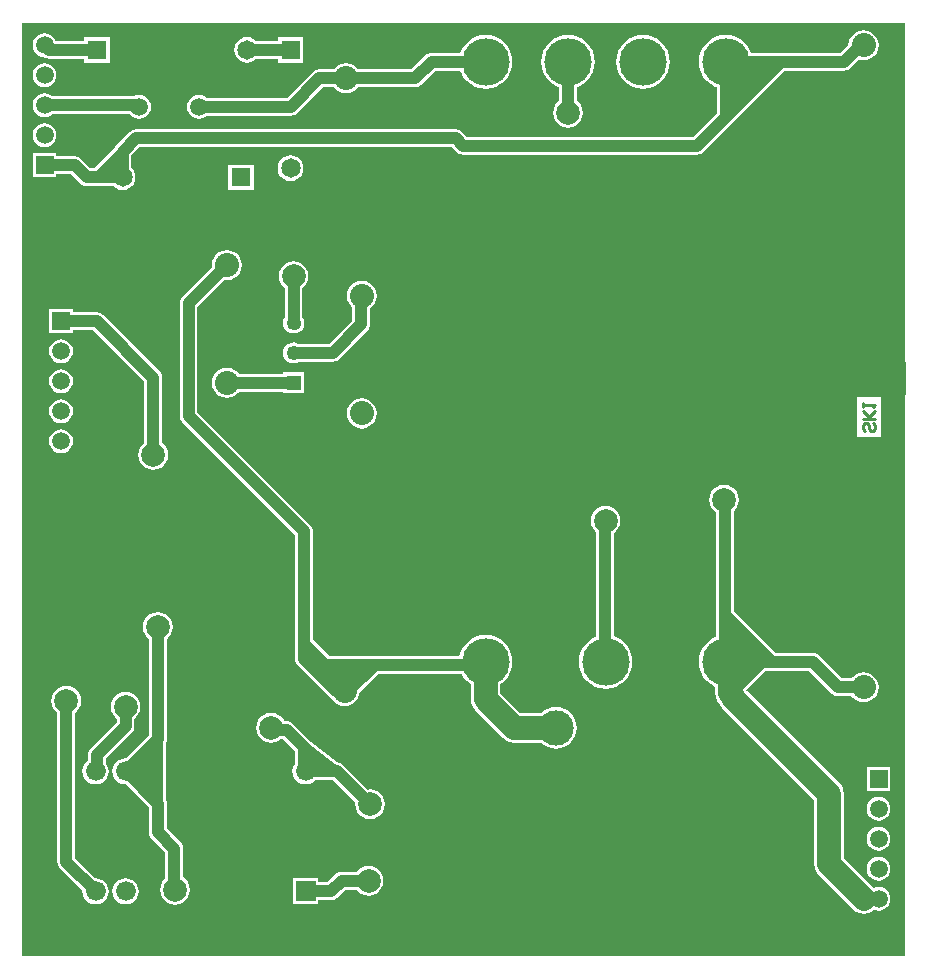
<source format=gtl>
G04*
G04 #@! TF.GenerationSoftware,Altium Limited,Altium Designer,19.0.10 (269)*
G04*
G04 Layer_Physical_Order=1*
G04 Layer_Color=255*
%FSLAX25Y25*%
%MOIN*%
G70*
G01*
G75*
%ADD10C,0.03937*%
%ADD11C,0.07874*%
%ADD12C,0.01000*%
%ADD13C,0.05906*%
%ADD14R,0.05906X0.05906*%
%ADD15C,0.15827*%
%ADD16C,0.06600*%
%ADD17R,0.06600X0.06600*%
%ADD18R,0.04913X0.04913*%
%ADD19C,0.04913*%
%ADD20C,0.08000*%
%ADD21R,0.06496X0.06496*%
%ADD22C,0.06496*%
%ADD23R,0.06496X0.06496*%
%ADD24C,0.07874*%
%ADD25C,0.19685*%
%ADD26C,0.11811*%
G36*
X295971Y199911D02*
X296000Y199000D01*
Y188500D01*
X295971D01*
Y1529D01*
X1529D01*
Y312471D01*
X295971D01*
Y199911D01*
D02*
G37*
%LPC*%
G36*
X282000Y310043D02*
X280695Y309871D01*
X279478Y309367D01*
X278434Y308566D01*
X277632Y307522D01*
X277129Y306305D01*
X276986Y305220D01*
X274260Y302494D01*
X244406D01*
X244275Y302927D01*
X243447Y304476D01*
X242333Y305833D01*
X240976Y306947D01*
X239427Y307775D01*
X237747Y308284D01*
X236000Y308456D01*
X234253Y308284D01*
X232573Y307775D01*
X231024Y306947D01*
X229667Y305833D01*
X228553Y304476D01*
X227725Y302927D01*
X227216Y301247D01*
X227044Y299500D01*
X227216Y297753D01*
X227725Y296073D01*
X228553Y294524D01*
X229667Y293167D01*
X231024Y292053D01*
X232573Y291225D01*
X233006Y291094D01*
Y282240D01*
X225260Y274494D01*
X149740D01*
X148117Y276117D01*
X147497Y276593D01*
X146986Y276804D01*
X146775Y276892D01*
X146000Y276994D01*
X39500D01*
X38725Y276892D01*
X38302Y276717D01*
X38003Y276593D01*
X37383Y276117D01*
X32883Y271617D01*
X32407Y270997D01*
X32302Y270744D01*
X25552Y263994D01*
X24240D01*
X21117Y267117D01*
X20497Y267593D01*
X19986Y267805D01*
X19775Y267892D01*
X19000Y267994D01*
X12953D01*
Y268953D01*
X5047D01*
Y261047D01*
X12953D01*
Y262006D01*
X17760D01*
X20883Y258883D01*
X21503Y258407D01*
X21864Y258258D01*
X22225Y258108D01*
X23000Y258006D01*
X31943D01*
X31970Y257970D01*
X32858Y257289D01*
X33891Y256861D01*
X35000Y256715D01*
X36109Y256861D01*
X37142Y257289D01*
X38030Y257970D01*
X38711Y258858D01*
X39139Y259891D01*
X39285Y261000D01*
X39139Y262109D01*
X38711Y263142D01*
X38030Y264030D01*
X37994Y264057D01*
Y268260D01*
X40740Y271006D01*
X144760D01*
X146383Y269383D01*
X147003Y268907D01*
X147364Y268758D01*
X147725Y268608D01*
X148500Y268506D01*
X226500D01*
X227275Y268608D01*
X227486Y268695D01*
X227997Y268907D01*
X228617Y269383D01*
X238117Y278883D01*
X238593Y279503D01*
X238698Y279756D01*
X255448Y296506D01*
X275500D01*
X276275Y296608D01*
X276486Y296695D01*
X276997Y296907D01*
X277617Y297383D01*
X280460Y300226D01*
X280695Y300129D01*
X282000Y299957D01*
X283305Y300129D01*
X284522Y300633D01*
X285566Y301434D01*
X286368Y302478D01*
X286871Y303695D01*
X287043Y305000D01*
X286871Y306305D01*
X286368Y307522D01*
X285566Y308566D01*
X284522Y309367D01*
X283305Y309871D01*
X282000Y310043D01*
D02*
G37*
G36*
X76500Y307785D02*
X75391Y307639D01*
X74358Y307211D01*
X73470Y306530D01*
X72789Y305642D01*
X72361Y304609D01*
X72215Y303500D01*
X72361Y302391D01*
X72789Y301358D01*
X73470Y300470D01*
X74358Y299789D01*
X75391Y299361D01*
X76500Y299215D01*
X77609Y299361D01*
X78642Y299789D01*
X79530Y300470D01*
X79557Y300506D01*
X86752D01*
Y299252D01*
X95248D01*
Y307748D01*
X86752D01*
Y306494D01*
X79557D01*
X79530Y306530D01*
X78642Y307211D01*
X77609Y307639D01*
X76500Y307785D01*
D02*
G37*
G36*
X9000Y308987D02*
X7968Y308851D01*
X7007Y308453D01*
X6181Y307819D01*
X5547Y306993D01*
X5149Y306032D01*
X5013Y305000D01*
X5149Y303968D01*
X5547Y303007D01*
X6181Y302181D01*
X7007Y301547D01*
X7968Y301149D01*
X8837Y301035D01*
X9003Y300907D01*
X9302Y300783D01*
X9725Y300608D01*
X10500Y300506D01*
X22252D01*
Y299252D01*
X30748D01*
Y307748D01*
X22252D01*
Y306494D01*
X12660D01*
X12453Y306993D01*
X11819Y307819D01*
X10993Y308453D01*
X10032Y308851D01*
X9000Y308987D01*
D02*
G37*
G36*
X156000Y308456D02*
X154253Y308284D01*
X152573Y307775D01*
X151024Y306947D01*
X149667Y305833D01*
X148553Y304476D01*
X147725Y302927D01*
X147594Y302494D01*
X138000D01*
X137225Y302392D01*
X136864Y302242D01*
X136503Y302093D01*
X135883Y301617D01*
X131260Y296994D01*
X113505D01*
X113066Y297566D01*
X112022Y298368D01*
X110805Y298871D01*
X109500Y299043D01*
X108195Y298871D01*
X106978Y298368D01*
X105934Y297566D01*
X105495Y296994D01*
X100500D01*
X99725Y296892D01*
X99514Y296804D01*
X99003Y296593D01*
X98383Y296117D01*
X89760Y287494D01*
X63091D01*
X62493Y287953D01*
X61532Y288351D01*
X60500Y288487D01*
X59468Y288351D01*
X58507Y287953D01*
X57681Y287319D01*
X57047Y286493D01*
X56649Y285532D01*
X56513Y284500D01*
X56649Y283468D01*
X57047Y282507D01*
X57681Y281681D01*
X58507Y281047D01*
X59468Y280649D01*
X60500Y280513D01*
X61532Y280649D01*
X62493Y281047D01*
X63091Y281506D01*
X91000D01*
X91775Y281608D01*
X91986Y281696D01*
X92497Y281907D01*
X93117Y282383D01*
X101740Y291006D01*
X105495D01*
X105934Y290434D01*
X106978Y289633D01*
X108195Y289129D01*
X109500Y288957D01*
X110805Y289129D01*
X112022Y289633D01*
X113066Y290434D01*
X113505Y291006D01*
X132500D01*
X133275Y291108D01*
X133486Y291196D01*
X133997Y291407D01*
X134617Y291883D01*
X139240Y296506D01*
X147594D01*
X147725Y296073D01*
X148553Y294524D01*
X149667Y293167D01*
X151024Y292053D01*
X152573Y291225D01*
X154253Y290716D01*
X156000Y290544D01*
X157747Y290716D01*
X159427Y291225D01*
X160976Y292053D01*
X162333Y293167D01*
X163447Y294524D01*
X164275Y296073D01*
X164784Y297753D01*
X164956Y299500D01*
X164784Y301247D01*
X164275Y302927D01*
X163447Y304476D01*
X162333Y305833D01*
X160976Y306947D01*
X159427Y307775D01*
X157747Y308284D01*
X156000Y308456D01*
D02*
G37*
G36*
X9000Y298987D02*
X7968Y298851D01*
X7007Y298453D01*
X6181Y297819D01*
X5547Y296993D01*
X5149Y296032D01*
X5013Y295000D01*
X5149Y293968D01*
X5547Y293007D01*
X6181Y292181D01*
X7007Y291547D01*
X7968Y291149D01*
X9000Y291013D01*
X10032Y291149D01*
X10993Y291547D01*
X11819Y292181D01*
X12453Y293007D01*
X12851Y293968D01*
X12987Y295000D01*
X12851Y296032D01*
X12453Y296993D01*
X11819Y297819D01*
X10993Y298453D01*
X10032Y298851D01*
X9000Y298987D01*
D02*
G37*
G36*
X208500Y308456D02*
X206753Y308284D01*
X205072Y307775D01*
X203524Y306947D01*
X202167Y305833D01*
X201053Y304476D01*
X200225Y302927D01*
X199716Y301247D01*
X199543Y299500D01*
X199716Y297753D01*
X200225Y296073D01*
X201053Y294524D01*
X202167Y293167D01*
X203524Y292053D01*
X205072Y291225D01*
X206753Y290716D01*
X208500Y290544D01*
X210247Y290716D01*
X211928Y291225D01*
X213476Y292053D01*
X214833Y293167D01*
X215947Y294524D01*
X216775Y296073D01*
X217284Y297753D01*
X217457Y299500D01*
X217284Y301247D01*
X216775Y302927D01*
X215947Y304476D01*
X214833Y305833D01*
X213476Y306947D01*
X211928Y307775D01*
X210247Y308284D01*
X208500Y308456D01*
D02*
G37*
G36*
X9000Y288987D02*
X7968Y288851D01*
X7007Y288453D01*
X6181Y287819D01*
X5547Y286993D01*
X5149Y286032D01*
X5013Y285000D01*
X5149Y283968D01*
X5547Y283007D01*
X6181Y282181D01*
X7007Y281547D01*
X7968Y281149D01*
X9000Y281013D01*
X10032Y281149D01*
X10993Y281547D01*
X11591Y282006D01*
X37431D01*
X37681Y281681D01*
X38507Y281047D01*
X39468Y280649D01*
X40500Y280513D01*
X41532Y280649D01*
X42493Y281047D01*
X43319Y281681D01*
X43953Y282507D01*
X44351Y283468D01*
X44487Y284500D01*
X44351Y285532D01*
X43953Y286493D01*
X43319Y287319D01*
X42493Y287953D01*
X41532Y288351D01*
X40500Y288487D01*
X39468Y288351D01*
X38607Y287994D01*
X11591D01*
X10993Y288453D01*
X10032Y288851D01*
X9000Y288987D01*
D02*
G37*
G36*
X183500Y308456D02*
X181753Y308284D01*
X180072Y307775D01*
X178524Y306947D01*
X177167Y305833D01*
X176053Y304476D01*
X175225Y302927D01*
X174716Y301247D01*
X174543Y299500D01*
X174716Y297753D01*
X175225Y296073D01*
X176053Y294524D01*
X177167Y293167D01*
X178524Y292053D01*
X180072Y291225D01*
X180506Y291094D01*
Y286425D01*
X179979Y286021D01*
X179188Y284990D01*
X178690Y283789D01*
X178520Y282500D01*
X178690Y281211D01*
X179188Y280010D01*
X179979Y278979D01*
X181010Y278187D01*
X182211Y277690D01*
X183500Y277520D01*
X184789Y277690D01*
X185990Y278187D01*
X187021Y278979D01*
X187812Y280010D01*
X188310Y281211D01*
X188480Y282500D01*
X188310Y283789D01*
X187812Y284990D01*
X187021Y286021D01*
X186494Y286425D01*
Y291094D01*
X186927Y291225D01*
X188476Y292053D01*
X189833Y293167D01*
X190947Y294524D01*
X191775Y296073D01*
X192284Y297753D01*
X192456Y299500D01*
X192284Y301247D01*
X191775Y302927D01*
X190947Y304476D01*
X189833Y305833D01*
X188476Y306947D01*
X186927Y307775D01*
X185247Y308284D01*
X183500Y308456D01*
D02*
G37*
G36*
X9000Y278987D02*
X7968Y278851D01*
X7007Y278453D01*
X6181Y277819D01*
X5547Y276993D01*
X5149Y276032D01*
X5013Y275000D01*
X5149Y273968D01*
X5547Y273007D01*
X6181Y272181D01*
X7007Y271547D01*
X7968Y271149D01*
X9000Y271013D01*
X10032Y271149D01*
X10993Y271547D01*
X11819Y272181D01*
X12453Y273007D01*
X12851Y273968D01*
X12987Y275000D01*
X12851Y276032D01*
X12453Y276993D01*
X11819Y277819D01*
X10993Y278453D01*
X10032Y278851D01*
X9000Y278987D01*
D02*
G37*
G36*
X91000Y268285D02*
X89891Y268139D01*
X88858Y267711D01*
X87970Y267030D01*
X87289Y266142D01*
X86861Y265109D01*
X86715Y264000D01*
X86861Y262891D01*
X87289Y261858D01*
X87970Y260970D01*
X88858Y260289D01*
X89891Y259861D01*
X91000Y259715D01*
X92109Y259861D01*
X93142Y260289D01*
X94030Y260970D01*
X94711Y261858D01*
X95139Y262891D01*
X95285Y264000D01*
X95139Y265109D01*
X94711Y266142D01*
X94030Y267030D01*
X93142Y267711D01*
X92109Y268139D01*
X91000Y268285D01*
D02*
G37*
G36*
X78748Y265248D02*
X70252D01*
Y256752D01*
X78748D01*
Y265248D01*
D02*
G37*
G36*
X69776Y236748D02*
X68471Y236577D01*
X67255Y236073D01*
X66210Y235271D01*
X65409Y234227D01*
X64905Y233011D01*
X64733Y231705D01*
X64827Y230991D01*
X54883Y221046D01*
X54407Y220426D01*
X54195Y219915D01*
X54108Y219704D01*
X54006Y218929D01*
Y181500D01*
X54108Y180725D01*
X54195Y180514D01*
X54407Y180003D01*
X54883Y179383D01*
X92506Y141760D01*
Y100500D01*
X92608Y99725D01*
X92695Y99514D01*
X92907Y99003D01*
X93383Y98383D01*
X104102Y87663D01*
X104637Y87253D01*
X105434Y86215D01*
X106478Y85413D01*
X107695Y84909D01*
X109000Y84737D01*
X110305Y84909D01*
X111522Y85413D01*
X112566Y86215D01*
X113367Y87259D01*
X113871Y88475D01*
X113972Y89237D01*
X120240Y95506D01*
X148028D01*
X148553Y94524D01*
X149667Y93167D01*
X151020Y92056D01*
Y87000D01*
X151020Y87000D01*
X151190Y85711D01*
X151688Y84510D01*
X152479Y83479D01*
X161979Y73979D01*
X163010Y73188D01*
X164211Y72690D01*
X165500Y72520D01*
X165500Y72520D01*
X174682D01*
X175645Y71731D01*
X176845Y71089D01*
X178146Y70694D01*
X179500Y70561D01*
X180854Y70694D01*
X182155Y71089D01*
X183355Y71731D01*
X184407Y72593D01*
X185269Y73645D01*
X185911Y74845D01*
X186306Y76146D01*
X186439Y77500D01*
X186306Y78854D01*
X185911Y80155D01*
X185269Y81355D01*
X184407Y82407D01*
X183355Y83270D01*
X182155Y83911D01*
X180854Y84306D01*
X179500Y84439D01*
X178146Y84306D01*
X176845Y83911D01*
X175645Y83270D01*
X174682Y82480D01*
X167563D01*
X160980Y89063D01*
Y92056D01*
X162333Y93167D01*
X163447Y94524D01*
X164275Y96073D01*
X164784Y97753D01*
X164956Y99500D01*
X164784Y101247D01*
X164275Y102927D01*
X163447Y104476D01*
X162333Y105833D01*
X160976Y106947D01*
X159427Y107775D01*
X157747Y108284D01*
X156000Y108457D01*
X154253Y108284D01*
X152573Y107775D01*
X151024Y106947D01*
X149667Y105833D01*
X148553Y104476D01*
X147725Y102927D01*
X147291Y101494D01*
X121128D01*
X121000Y101520D01*
X103922D01*
X98494Y106948D01*
Y143000D01*
X98392Y143775D01*
X98217Y144198D01*
X98093Y144497D01*
X97617Y145117D01*
X59994Y182740D01*
Y217689D01*
X69061Y226756D01*
X69776Y226662D01*
X71082Y226834D01*
X72298Y227338D01*
X73342Y228139D01*
X74144Y229184D01*
X74647Y230400D01*
X74819Y231705D01*
X74647Y233011D01*
X74144Y234227D01*
X73342Y235271D01*
X72298Y236073D01*
X71082Y236577D01*
X69776Y236748D01*
D02*
G37*
G36*
X92000Y232980D02*
X90711Y232810D01*
X89510Y232312D01*
X88479Y231521D01*
X87687Y230490D01*
X87190Y229289D01*
X87020Y228000D01*
X87190Y226711D01*
X87687Y225510D01*
X88479Y224479D01*
X89006Y224075D01*
Y214276D01*
X88981Y214243D01*
X88632Y213402D01*
X88513Y212500D01*
X88632Y211598D01*
X88981Y210757D01*
X89535Y210035D01*
X90257Y209481D01*
X91098Y209132D01*
X92000Y209014D01*
X92221Y209043D01*
X92500Y209006D01*
X93275Y209108D01*
X93997Y209407D01*
X94617Y209883D01*
X95093Y210503D01*
X95392Y211225D01*
X95494Y212000D01*
X95457Y212279D01*
X95486Y212500D01*
X95368Y213402D01*
X95019Y214243D01*
X94994Y214276D01*
Y224075D01*
X95521Y224479D01*
X96312Y225510D01*
X96810Y226711D01*
X96980Y228000D01*
X96810Y229289D01*
X96312Y230490D01*
X95521Y231521D01*
X94490Y232312D01*
X93289Y232810D01*
X92000Y232980D01*
D02*
G37*
G36*
X114724Y226543D02*
X113419Y226371D01*
X112203Y225868D01*
X111158Y225066D01*
X110357Y224022D01*
X109853Y222805D01*
X109681Y221500D01*
X109853Y220195D01*
X110357Y218978D01*
X111158Y217934D01*
X111506Y217667D01*
Y213240D01*
X103760Y205494D01*
X93776D01*
X93743Y205519D01*
X92902Y205868D01*
X92000Y205986D01*
X91098Y205868D01*
X90257Y205519D01*
X89535Y204965D01*
X88981Y204243D01*
X88632Y203402D01*
X88513Y202500D01*
X88632Y201598D01*
X88981Y200757D01*
X89535Y200035D01*
X90257Y199481D01*
X91098Y199132D01*
X92000Y199013D01*
X92902Y199132D01*
X93743Y199481D01*
X93776Y199506D01*
X105000D01*
X105775Y199608D01*
X105986Y199696D01*
X106497Y199907D01*
X107117Y200383D01*
X116617Y209883D01*
X117093Y210503D01*
X117305Y211014D01*
X117392Y211225D01*
X117494Y212000D01*
Y217323D01*
X118290Y217934D01*
X119092Y218978D01*
X119596Y220195D01*
X119767Y221500D01*
X119596Y222805D01*
X119092Y224022D01*
X118290Y225066D01*
X117246Y225868D01*
X116030Y226371D01*
X114724Y226543D01*
D02*
G37*
G36*
X14500Y206987D02*
X13468Y206851D01*
X12507Y206453D01*
X11681Y205819D01*
X11047Y204993D01*
X10649Y204032D01*
X10513Y203000D01*
X10649Y201968D01*
X11047Y201007D01*
X11681Y200181D01*
X12507Y199547D01*
X13468Y199149D01*
X14500Y199013D01*
X15532Y199149D01*
X16493Y199547D01*
X17319Y200181D01*
X17953Y201007D01*
X18351Y201968D01*
X18487Y203000D01*
X18351Y204032D01*
X17953Y204993D01*
X17319Y205819D01*
X16493Y206453D01*
X15532Y206851D01*
X14500Y206987D01*
D02*
G37*
G36*
X69776Y197543D02*
X68470Y197371D01*
X67254Y196868D01*
X66210Y196066D01*
X65408Y195022D01*
X64904Y193805D01*
X64732Y192500D01*
X64904Y191195D01*
X65408Y189978D01*
X66210Y188934D01*
X67254Y188133D01*
X68470Y187629D01*
X69776Y187457D01*
X71081Y187629D01*
X72297Y188133D01*
X73342Y188934D01*
X73781Y189506D01*
X88543D01*
Y189043D01*
X95457D01*
Y195957D01*
X88543D01*
Y195494D01*
X73781D01*
X73342Y196066D01*
X72297Y196868D01*
X71081Y197371D01*
X69776Y197543D01*
D02*
G37*
G36*
X14500Y196987D02*
X13468Y196851D01*
X12507Y196453D01*
X11681Y195819D01*
X11047Y194993D01*
X10649Y194032D01*
X10513Y193000D01*
X10649Y191968D01*
X11047Y191007D01*
X11681Y190181D01*
X12507Y189547D01*
X13468Y189149D01*
X14500Y189013D01*
X15532Y189149D01*
X16493Y189547D01*
X17319Y190181D01*
X17953Y191007D01*
X18351Y191968D01*
X18487Y193000D01*
X18351Y194032D01*
X17953Y194993D01*
X17319Y195819D01*
X16493Y196453D01*
X15532Y196851D01*
X14500Y196987D01*
D02*
G37*
G36*
Y186987D02*
X13468Y186851D01*
X12507Y186453D01*
X11681Y185819D01*
X11047Y184993D01*
X10649Y184032D01*
X10513Y183000D01*
X10649Y181968D01*
X11047Y181007D01*
X11681Y180181D01*
X12507Y179547D01*
X13468Y179149D01*
X14500Y179013D01*
X15532Y179149D01*
X16493Y179547D01*
X17319Y180181D01*
X17953Y181007D01*
X18351Y181968D01*
X18487Y183000D01*
X18351Y184032D01*
X17953Y184993D01*
X17319Y185819D01*
X16493Y186453D01*
X15532Y186851D01*
X14500Y186987D01*
D02*
G37*
G36*
X114724Y187338D02*
X113418Y187166D01*
X112202Y186662D01*
X111158Y185861D01*
X110356Y184816D01*
X109853Y183600D01*
X109681Y182295D01*
X109853Y180990D01*
X110356Y179773D01*
X111158Y178729D01*
X112202Y177927D01*
X113418Y177424D01*
X114724Y177252D01*
X116029Y177424D01*
X117245Y177927D01*
X118290Y178729D01*
X119091Y179773D01*
X119595Y180990D01*
X119767Y182295D01*
X119595Y183600D01*
X119091Y184816D01*
X118290Y185861D01*
X117245Y186662D01*
X116029Y187166D01*
X114724Y187338D01*
D02*
G37*
G36*
X287734Y187683D02*
X279799D01*
Y174500D01*
X287734D01*
Y187683D01*
D02*
G37*
G36*
X14500Y176987D02*
X13468Y176851D01*
X12507Y176453D01*
X11681Y175819D01*
X11047Y174993D01*
X10649Y174032D01*
X10513Y173000D01*
X10649Y171968D01*
X11047Y171007D01*
X11681Y170181D01*
X12507Y169547D01*
X13468Y169149D01*
X14500Y169013D01*
X15532Y169149D01*
X16493Y169547D01*
X17319Y170181D01*
X17953Y171007D01*
X18351Y171968D01*
X18487Y173000D01*
X18351Y174032D01*
X17953Y174993D01*
X17319Y175819D01*
X16493Y176453D01*
X15532Y176851D01*
X14500Y176987D01*
D02*
G37*
G36*
X18453Y216953D02*
X10547D01*
Y209047D01*
X18453D01*
Y210006D01*
X25240D01*
X42306Y192940D01*
Y172425D01*
X41779Y172021D01*
X40988Y170990D01*
X40490Y169789D01*
X40320Y168500D01*
X40490Y167211D01*
X40988Y166010D01*
X41779Y164979D01*
X42810Y164188D01*
X44011Y163690D01*
X45300Y163520D01*
X46589Y163690D01*
X47790Y164188D01*
X48821Y164979D01*
X49613Y166010D01*
X50110Y167211D01*
X50280Y168500D01*
X50110Y169789D01*
X49613Y170990D01*
X48821Y172021D01*
X48294Y172425D01*
Y194180D01*
X48192Y194955D01*
X48017Y195378D01*
X47893Y195677D01*
X47417Y196298D01*
X28598Y215117D01*
X27977Y215593D01*
X27467Y215805D01*
X27255Y215892D01*
X26480Y215994D01*
X18453D01*
Y216953D01*
D02*
G37*
G36*
X196000Y151480D02*
X194711Y151310D01*
X193510Y150812D01*
X192479Y150021D01*
X191688Y148990D01*
X191190Y147789D01*
X191020Y146500D01*
X191190Y145211D01*
X191688Y144010D01*
X192479Y142979D01*
X192756Y142766D01*
Y107830D01*
X192572Y107775D01*
X191024Y106947D01*
X189667Y105833D01*
X188553Y104476D01*
X187725Y102927D01*
X187216Y101247D01*
X187043Y99500D01*
X187216Y97753D01*
X187725Y96073D01*
X188553Y94524D01*
X189667Y93167D01*
X191024Y92053D01*
X192572Y91225D01*
X194253Y90716D01*
X196000Y90544D01*
X197747Y90716D01*
X199427Y91225D01*
X200976Y92053D01*
X202333Y93167D01*
X203447Y94524D01*
X204275Y96073D01*
X204784Y97753D01*
X204957Y99500D01*
X204784Y101247D01*
X204275Y102927D01*
X203447Y104476D01*
X202333Y105833D01*
X200976Y106947D01*
X199427Y107775D01*
X198744Y107982D01*
Y142383D01*
X199521Y142979D01*
X200312Y144010D01*
X200810Y145211D01*
X200980Y146500D01*
X200810Y147789D01*
X200312Y148990D01*
X199521Y150021D01*
X198490Y150812D01*
X197289Y151310D01*
X196000Y151480D01*
D02*
G37*
G36*
X235500Y158480D02*
X234211Y158310D01*
X233010Y157812D01*
X231979Y157021D01*
X231188Y155990D01*
X230690Y154789D01*
X230520Y153500D01*
X230690Y152211D01*
X231188Y151010D01*
X231979Y149979D01*
X232756Y149383D01*
Y107830D01*
X232573Y107775D01*
X231024Y106947D01*
X229667Y105833D01*
X228553Y104476D01*
X227725Y102927D01*
X227216Y101247D01*
X227044Y99500D01*
X227216Y97753D01*
X227725Y96073D01*
X228553Y94524D01*
X229667Y93167D01*
X231024Y92053D01*
X232542Y91242D01*
Y88978D01*
X232542Y88978D01*
X232712Y87690D01*
X233064Y86840D01*
X233209Y86488D01*
X234001Y85457D01*
X234004Y85454D01*
X234188Y85010D01*
X234979Y83979D01*
X265520Y53437D01*
Y32100D01*
X265520Y32100D01*
X265690Y30811D01*
X266188Y29610D01*
X266979Y28579D01*
X278579Y16979D01*
X279610Y16187D01*
X280811Y15690D01*
X282100Y15520D01*
X283389Y15690D01*
X284590Y16187D01*
X285464Y16858D01*
X285968Y16649D01*
X287000Y16513D01*
X288032Y16649D01*
X288993Y17047D01*
X289819Y17681D01*
X290453Y18507D01*
X290851Y19468D01*
X290987Y20500D01*
X290851Y21532D01*
X290453Y22493D01*
X289819Y23319D01*
X288993Y23953D01*
X288032Y24351D01*
X287000Y24487D01*
X285968Y24351D01*
X285490Y24153D01*
X275480Y34163D01*
Y55500D01*
X275310Y56789D01*
X275061Y57389D01*
X274813Y57990D01*
X274021Y59021D01*
X274021Y59021D01*
X242996Y90046D01*
X242994Y90052D01*
X249448Y96506D01*
X263760D01*
X271383Y88883D01*
X272003Y88407D01*
X272426Y88232D01*
X272725Y88108D01*
X273500Y88006D01*
X277995D01*
X278434Y87434D01*
X279478Y86633D01*
X280695Y86129D01*
X282000Y85957D01*
X283305Y86129D01*
X284522Y86633D01*
X285566Y87434D01*
X286368Y88478D01*
X286871Y89695D01*
X287043Y91000D01*
X286871Y92305D01*
X286368Y93522D01*
X285566Y94566D01*
X284522Y95367D01*
X283305Y95871D01*
X282000Y96043D01*
X280695Y95871D01*
X279478Y95367D01*
X278434Y94566D01*
X277995Y93994D01*
X274740D01*
X267117Y101617D01*
X266497Y102093D01*
X265986Y102304D01*
X265775Y102392D01*
X265000Y102494D01*
X252698D01*
X238744Y116448D01*
Y149766D01*
X239021Y149979D01*
X239812Y151010D01*
X240310Y152211D01*
X240480Y153500D01*
X240310Y154789D01*
X239812Y155990D01*
X239021Y157021D01*
X237990Y157812D01*
X236789Y158310D01*
X235500Y158480D01*
D02*
G37*
G36*
X46800Y116080D02*
X45511Y115910D01*
X44310Y115412D01*
X43279Y114621D01*
X42487Y113590D01*
X41990Y112389D01*
X41820Y111100D01*
X41990Y109811D01*
X42487Y108610D01*
X43279Y107579D01*
X43806Y107175D01*
Y75040D01*
X36091Y67325D01*
X36000Y67337D01*
X34877Y67189D01*
X33832Y66756D01*
X32933Y66067D01*
X32244Y65169D01*
X31811Y64122D01*
X31663Y63000D01*
X31811Y61878D01*
X32244Y60831D01*
X32933Y59933D01*
X33832Y59244D01*
X34877Y58811D01*
X36000Y58663D01*
X36091Y58675D01*
X43806Y50960D01*
Y42700D01*
X43908Y41925D01*
X43995Y41714D01*
X44207Y41203D01*
X44683Y40583D01*
X49282Y35983D01*
Y27254D01*
X48979Y27021D01*
X48188Y25990D01*
X47690Y24789D01*
X47520Y23500D01*
X47690Y22211D01*
X48188Y21010D01*
X48979Y19979D01*
X50010Y19187D01*
X51211Y18690D01*
X52500Y18520D01*
X53789Y18690D01*
X54990Y19187D01*
X56021Y19979D01*
X56813Y21010D01*
X57310Y22211D01*
X57480Y23500D01*
X57310Y24789D01*
X56813Y25990D01*
X56021Y27021D01*
X55270Y27597D01*
Y37224D01*
X55168Y37999D01*
X55081Y38210D01*
X54869Y38721D01*
X54394Y39341D01*
X49794Y43940D01*
Y52200D01*
X49692Y52975D01*
X49604Y53186D01*
X49520Y53391D01*
Y72609D01*
X49604Y72814D01*
X49692Y73025D01*
X49794Y73800D01*
Y107175D01*
X50321Y107579D01*
X51113Y108610D01*
X51610Y109811D01*
X51780Y111100D01*
X51610Y112389D01*
X51113Y113590D01*
X50321Y114621D01*
X49290Y115412D01*
X48089Y115910D01*
X46800Y116080D01*
D02*
G37*
G36*
X36000Y89480D02*
X34711Y89310D01*
X33510Y88813D01*
X32479Y88021D01*
X31688Y86990D01*
X31190Y85789D01*
X31020Y84500D01*
X31190Y83211D01*
X31688Y82010D01*
X32479Y80979D01*
X33006Y80575D01*
Y79240D01*
X24392Y70627D01*
X23916Y70007D01*
X23705Y69496D01*
X23617Y69284D01*
X23515Y68510D01*
Y66514D01*
X22933Y66067D01*
X22244Y65169D01*
X21811Y64122D01*
X21663Y63000D01*
X21811Y61878D01*
X22244Y60831D01*
X22933Y59933D01*
X23832Y59244D01*
X24878Y58811D01*
X26000Y58663D01*
X27123Y58811D01*
X28168Y59244D01*
X29067Y59933D01*
X29756Y60831D01*
X30189Y61878D01*
X30337Y63000D01*
X30189Y64122D01*
X29756Y65169D01*
X29504Y65497D01*
Y67269D01*
X38117Y75883D01*
X38593Y76503D01*
X38717Y76802D01*
X38892Y77225D01*
X38994Y78000D01*
Y80575D01*
X39521Y80979D01*
X40312Y82010D01*
X40810Y83211D01*
X40980Y84500D01*
X40810Y85789D01*
X40312Y86990D01*
X39521Y88021D01*
X38490Y88813D01*
X37289Y89310D01*
X36000Y89480D01*
D02*
G37*
G36*
X290953Y64453D02*
X283047D01*
Y56547D01*
X290953D01*
Y64453D01*
D02*
G37*
G36*
X84500Y82480D02*
X83211Y82310D01*
X82010Y81813D01*
X80979Y81021D01*
X80187Y79990D01*
X79690Y78789D01*
X79520Y77500D01*
X79690Y76211D01*
X80187Y75010D01*
X80979Y73979D01*
X82010Y73188D01*
X83211Y72690D01*
X84500Y72520D01*
X85789Y72690D01*
X86990Y73188D01*
X87726Y73753D01*
X88513D01*
X92496Y69769D01*
Y65497D01*
X92244Y65169D01*
X91811Y64122D01*
X91663Y63000D01*
X91811Y61878D01*
X92244Y60831D01*
X92933Y59933D01*
X93831Y59244D01*
X94877Y58811D01*
X96000Y58663D01*
X97123Y58811D01*
X98169Y59244D01*
X99067Y59933D01*
X99123Y60006D01*
X105260D01*
X112607Y52659D01*
X112520Y52000D01*
X112690Y50711D01*
X113188Y49510D01*
X113979Y48479D01*
X115010Y47688D01*
X116211Y47190D01*
X117500Y47020D01*
X118789Y47190D01*
X119990Y47688D01*
X121021Y48479D01*
X121812Y49510D01*
X122310Y50711D01*
X122480Y52000D01*
X122310Y53289D01*
X121812Y54490D01*
X121021Y55521D01*
X119990Y56313D01*
X118789Y56810D01*
X117500Y56980D01*
X116841Y56893D01*
X108617Y65117D01*
X107997Y65593D01*
X107486Y65804D01*
X107275Y65892D01*
X106612Y65979D01*
X97866Y72790D01*
X97608Y73127D01*
X91870Y78864D01*
X91250Y79340D01*
X90740Y79551D01*
X90528Y79639D01*
X89753Y79741D01*
X88916D01*
X88813Y79990D01*
X88021Y81021D01*
X86990Y81813D01*
X85789Y82310D01*
X84500Y82480D01*
D02*
G37*
G36*
X287000Y54487D02*
X285968Y54351D01*
X285007Y53953D01*
X284181Y53319D01*
X283547Y52493D01*
X283149Y51532D01*
X283013Y50500D01*
X283149Y49468D01*
X283547Y48507D01*
X284181Y47681D01*
X285007Y47047D01*
X285968Y46649D01*
X287000Y46513D01*
X288032Y46649D01*
X288993Y47047D01*
X289819Y47681D01*
X290453Y48507D01*
X290851Y49468D01*
X290987Y50500D01*
X290851Y51532D01*
X290453Y52493D01*
X289819Y53319D01*
X288993Y53953D01*
X288032Y54351D01*
X287000Y54487D01*
D02*
G37*
G36*
Y44487D02*
X285968Y44351D01*
X285007Y43953D01*
X284181Y43319D01*
X283547Y42493D01*
X283149Y41532D01*
X283013Y40500D01*
X283149Y39468D01*
X283547Y38507D01*
X284181Y37681D01*
X285007Y37047D01*
X285968Y36649D01*
X287000Y36513D01*
X288032Y36649D01*
X288993Y37047D01*
X289819Y37681D01*
X290453Y38507D01*
X290851Y39468D01*
X290987Y40500D01*
X290851Y41532D01*
X290453Y42493D01*
X289819Y43319D01*
X288993Y43953D01*
X288032Y44351D01*
X287000Y44487D01*
D02*
G37*
G36*
Y34487D02*
X285968Y34351D01*
X285007Y33953D01*
X284181Y33319D01*
X283547Y32493D01*
X283149Y31532D01*
X283013Y30500D01*
X283149Y29468D01*
X283547Y28507D01*
X284181Y27681D01*
X285007Y27047D01*
X285968Y26649D01*
X287000Y26513D01*
X288032Y26649D01*
X288993Y27047D01*
X289819Y27681D01*
X290453Y28507D01*
X290851Y29468D01*
X290987Y30500D01*
X290851Y31532D01*
X290453Y32493D01*
X289819Y33319D01*
X288993Y33953D01*
X288032Y34351D01*
X287000Y34487D01*
D02*
G37*
G36*
X117000Y31480D02*
X115711Y31310D01*
X114510Y30812D01*
X113479Y30021D01*
X113075Y29494D01*
X108000D01*
X107225Y29392D01*
X107014Y29305D01*
X106503Y29093D01*
X105883Y28617D01*
X103260Y25994D01*
X100300D01*
Y27300D01*
X91700D01*
Y18700D01*
X100300D01*
Y20006D01*
X104500D01*
X105275Y20108D01*
X105486Y20196D01*
X105997Y20407D01*
X106617Y20883D01*
X109240Y23506D01*
X113075D01*
X113479Y22979D01*
X114510Y22187D01*
X115711Y21690D01*
X117000Y21520D01*
X118289Y21690D01*
X119490Y22187D01*
X120521Y22979D01*
X121312Y24010D01*
X121810Y25211D01*
X121980Y26500D01*
X121810Y27789D01*
X121312Y28990D01*
X120521Y30021D01*
X119490Y30812D01*
X118289Y31310D01*
X117000Y31480D01*
D02*
G37*
G36*
X36000Y27337D02*
X34877Y27189D01*
X33832Y26756D01*
X32933Y26067D01*
X32244Y25168D01*
X31811Y24123D01*
X31663Y23000D01*
X31811Y21878D01*
X32244Y20831D01*
X32933Y19933D01*
X33832Y19244D01*
X34877Y18811D01*
X36000Y18663D01*
X37122Y18811D01*
X38168Y19244D01*
X39067Y19933D01*
X39756Y20831D01*
X40189Y21878D01*
X40337Y23000D01*
X40189Y24123D01*
X39756Y25168D01*
X39067Y26067D01*
X38168Y26756D01*
X37122Y27189D01*
X36000Y27337D01*
D02*
G37*
G36*
X16300Y91480D02*
X15011Y91310D01*
X13810Y90812D01*
X12779Y90021D01*
X11987Y88990D01*
X11490Y87789D01*
X11320Y86500D01*
X11490Y85211D01*
X11987Y84010D01*
X12779Y82979D01*
X13306Y82574D01*
Y32700D01*
X13408Y31925D01*
X13496Y31714D01*
X13707Y31203D01*
X14183Y30583D01*
X21675Y23091D01*
X21663Y23000D01*
X21811Y21878D01*
X22244Y20831D01*
X22933Y19933D01*
X23832Y19244D01*
X24878Y18811D01*
X26000Y18663D01*
X27123Y18811D01*
X28168Y19244D01*
X29067Y19933D01*
X29756Y20831D01*
X30189Y21878D01*
X30337Y23000D01*
X30189Y24123D01*
X29756Y25168D01*
X29067Y26067D01*
X28168Y26756D01*
X27123Y27189D01*
X26000Y27337D01*
X25909Y27325D01*
X19294Y33940D01*
Y82574D01*
X19821Y82979D01*
X20613Y84010D01*
X21110Y85211D01*
X21280Y86500D01*
X21110Y87789D01*
X20613Y88990D01*
X19821Y90021D01*
X18790Y90812D01*
X17589Y91310D01*
X16300Y91480D01*
D02*
G37*
%LPD*%
G36*
X236000Y278500D02*
Y299500D01*
X257000Y299500D01*
X236000Y278500D01*
D02*
G37*
G36*
X35000Y261000D02*
X24000Y261000D01*
X35000Y272000D01*
X35000Y261000D01*
D02*
G37*
G36*
X103500Y100500D02*
X121000D01*
X110281Y89781D01*
X107640Y89781D01*
X97421Y100000D01*
X96000D01*
X95500Y100500D01*
Y108500D01*
X103500Y100500D01*
D02*
G37*
G36*
X253500Y100250D02*
Y99500D01*
X251000D01*
X241500Y90000D01*
X237522D01*
X237125Y99500D01*
X236000D01*
Y117750D01*
X253500Y100250D01*
D02*
G37*
G36*
X48500Y50500D02*
X36000Y63000D01*
X48500Y75500D01*
Y50500D01*
D02*
G37*
G36*
X108779Y63000D02*
X96000D01*
Y71060D01*
X97063Y72123D01*
X108779Y63000D01*
D02*
G37*
D10*
X275500Y299500D02*
X281500Y305500D01*
X39500Y274000D02*
X146000D01*
X35000Y269500D02*
X39500Y274000D01*
X35000Y261000D02*
Y269500D01*
X195750Y99750D02*
Y146250D01*
X196000Y146500D01*
X195750Y99750D02*
X196000Y99500D01*
X282000Y200000D02*
Y265000D01*
X155000Y98500D02*
X156000Y99500D01*
X119000Y98500D02*
X155000D01*
X110281Y89781D02*
X119000Y98500D01*
X57000Y218929D02*
X69776Y231705D01*
X57000Y181500D02*
Y218929D01*
Y181500D02*
X95500Y143000D01*
Y100500D02*
Y143000D01*
X100500Y294000D02*
X109500D01*
X91000Y284500D02*
X100500Y294000D01*
X60500Y284500D02*
X91000D01*
X138000Y299500D02*
X156000D01*
X132500Y294000D02*
X138000Y299500D01*
X109500Y294000D02*
X132500D01*
X76500Y303500D02*
X91000D01*
X9000Y285000D02*
X39500D01*
X226500Y271500D02*
X236000Y281000D01*
X148500Y271500D02*
X226500D01*
X146000Y274000D02*
X148500Y271500D01*
X90510Y263510D02*
X91000Y264000D01*
X74500Y261000D02*
X75000Y260500D01*
X23000Y261000D02*
X35000D01*
X19000Y265000D02*
X23000Y261000D01*
X9000Y265000D02*
X19000D01*
X109500Y254000D02*
X120399D01*
X92000Y212500D02*
Y228000D01*
X36000Y78000D02*
Y84500D01*
X26509Y68510D02*
X36000Y78000D01*
X26509Y63510D02*
Y68510D01*
X131500Y172500D02*
Y242899D01*
X109000Y150000D02*
X131500Y172500D01*
X109000Y132500D02*
Y150000D01*
X273500Y91000D02*
X282000D01*
X265000Y99500D02*
X273500Y91000D01*
X236000Y99500D02*
X265000D01*
X52276Y23500D02*
Y37224D01*
X95490Y63510D02*
Y71009D01*
X89753Y76747D02*
X95490Y71009D01*
X85253Y76747D02*
X89753D01*
X96000Y63000D02*
X106500D01*
X117500Y52000D01*
X95490Y63510D02*
X96000Y63000D01*
X46800Y42700D02*
X52276Y37224D01*
X46800Y42700D02*
Y52200D01*
X36000Y63000D02*
X46800Y52200D01*
X183500Y282500D02*
Y299500D01*
X246500Y265000D02*
X282000D01*
X224399Y242899D02*
X246500Y265000D01*
X131500Y242899D02*
X224399D01*
X84500Y77500D02*
X85253Y76747D01*
X114500Y212000D02*
Y221500D01*
X235500Y153500D02*
X235750Y153250D01*
Y99750D02*
Y153250D01*
Y99750D02*
X236000Y99500D01*
X92000Y212500D02*
X92500Y212000D01*
X108000Y26500D02*
X117000D01*
X104500Y23000D02*
X108000Y26500D01*
X96000Y23000D02*
X104500D01*
X109000Y89781D02*
X110281D01*
X106219D02*
X109000D01*
X95500Y100500D02*
X106219Y89781D01*
X120399Y254000D02*
X131500Y242899D01*
X26000Y63000D02*
X26509Y63510D01*
X46800Y73800D02*
Y111100D01*
X36000Y63000D02*
X46800Y73800D01*
X16300Y32700D02*
X26000Y23000D01*
X16300Y32700D02*
Y86500D01*
X105000Y202500D02*
X114500Y212000D01*
X92000Y202500D02*
X105000D01*
X69776Y192500D02*
X92000D01*
X236000Y299500D02*
X275500D01*
X10500Y303500D02*
X26500D01*
X9000Y305000D02*
X10500Y303500D01*
X236000Y281000D02*
Y299500D01*
X45300Y168500D02*
Y194180D01*
X26480Y213000D02*
X45300Y194180D01*
X14500Y213000D02*
X26480D01*
X282100Y20500D02*
X287000D01*
D11*
X165500Y77500D02*
X179500D01*
X156000Y87000D02*
X165500Y77500D01*
X156000Y87000D02*
Y99500D01*
X270500Y32100D02*
Y55500D01*
X237522Y88978D02*
X238500Y88000D01*
X237522Y88978D02*
Y97978D01*
X236000Y99500D02*
X237522Y97978D01*
X238500Y87500D02*
Y88000D01*
Y87500D02*
X270500Y55500D01*
Y32100D02*
X282100Y20500D01*
D12*
X285078Y179124D02*
X285734Y178468D01*
Y177156D01*
X285078Y176500D01*
X284422D01*
X283767Y177156D01*
Y178468D01*
X283110Y179124D01*
X282455D01*
X281799Y178468D01*
Y177156D01*
X282455Y176500D01*
X285734Y180436D02*
X281799D01*
X283110D01*
X285734Y183060D01*
X283767Y181092D01*
X281799Y183060D01*
Y184371D02*
Y185683D01*
Y185027D01*
X285734D01*
X285078Y184371D01*
D13*
X14500Y173000D02*
D03*
Y183000D02*
D03*
Y193000D02*
D03*
Y203000D02*
D03*
X287000Y20500D02*
D03*
Y30500D02*
D03*
Y40500D02*
D03*
Y50500D02*
D03*
X9000Y305000D02*
D03*
Y295000D02*
D03*
Y285000D02*
D03*
Y275000D02*
D03*
X60500Y284500D02*
D03*
X40500D02*
D03*
D14*
X14500Y213000D02*
D03*
X287000Y60500D02*
D03*
X9000Y265000D02*
D03*
D15*
X156000Y299500D02*
D03*
X183500D02*
D03*
X208500D02*
D03*
X236000D02*
D03*
X156000Y99500D02*
D03*
X196000D02*
D03*
X236000D02*
D03*
D16*
X96000Y63000D02*
D03*
X36000D02*
D03*
X26000D02*
D03*
Y23000D02*
D03*
X36000D02*
D03*
D17*
X96000D02*
D03*
D18*
X92000Y192500D02*
D03*
D19*
Y202500D02*
D03*
Y212500D02*
D03*
D20*
X114724Y221500D02*
D03*
X114724Y182295D02*
D03*
X69776Y192500D02*
D03*
X69776Y231705D02*
D03*
X109500Y254000D02*
D03*
Y294000D02*
D03*
X109000Y89781D02*
D03*
Y129781D02*
D03*
X282000Y131000D02*
D03*
Y91000D02*
D03*
Y265000D02*
D03*
Y305000D02*
D03*
D21*
X91000Y303500D02*
D03*
D22*
Y264000D02*
D03*
X35000Y261000D02*
D03*
X76500Y303500D02*
D03*
D23*
X74500Y261000D02*
D03*
X26500Y303500D02*
D03*
D24*
X196000Y146500D02*
D03*
X92000Y228000D02*
D03*
X52500Y23500D02*
D03*
X235500Y153500D02*
D03*
X117000Y26500D02*
D03*
X84500Y77500D02*
D03*
X117500Y52000D02*
D03*
X16300Y86500D02*
D03*
X36000Y84500D02*
D03*
X183500Y282500D02*
D03*
X46800Y111100D02*
D03*
X45300Y168500D02*
D03*
D25*
X283000Y200000D02*
D03*
D26*
X179500Y77500D02*
D03*
M02*

</source>
